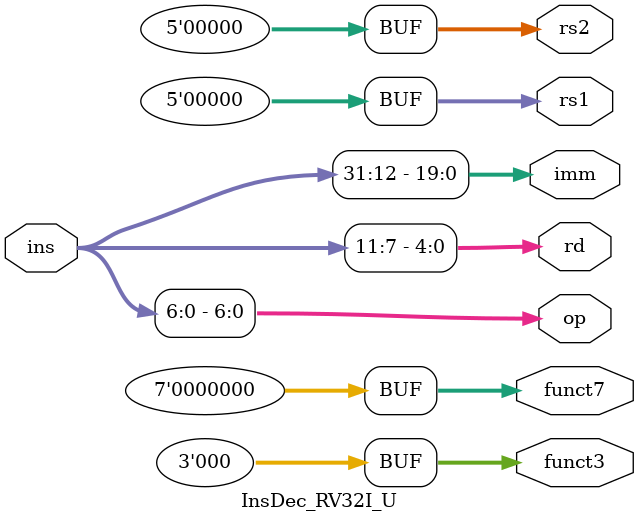
<source format=v>
module InsDec_RV32I_U(
    // 32位指令
    input wire [31:0] ins,

    // 操作码位段
    output wire [6:0] op,

    // 3位功能码位段  
    output wire [2:0] funct3,
    
    // 7位功能码位段
    output wire [6:0] funct7,
    
    // rs1地址位段
    output wire [4:0] rs1,

    // rs2地址位段
    output wire [4:0] rs2,

    // rd地址位段
    output wire [4:0] rd,

    // 立即数
    output wire [19:0] imm
);

    assign op = ins[6:0];
    assign funct3 = 3'd0;
    assign funct7 = 7'd0;
    assign rs1 = 5'd0;
    assign rs2 = 5'd0;
    assign rd = ins[11:7];
    assign imm = ins[31:12];

endmodule
</source>
